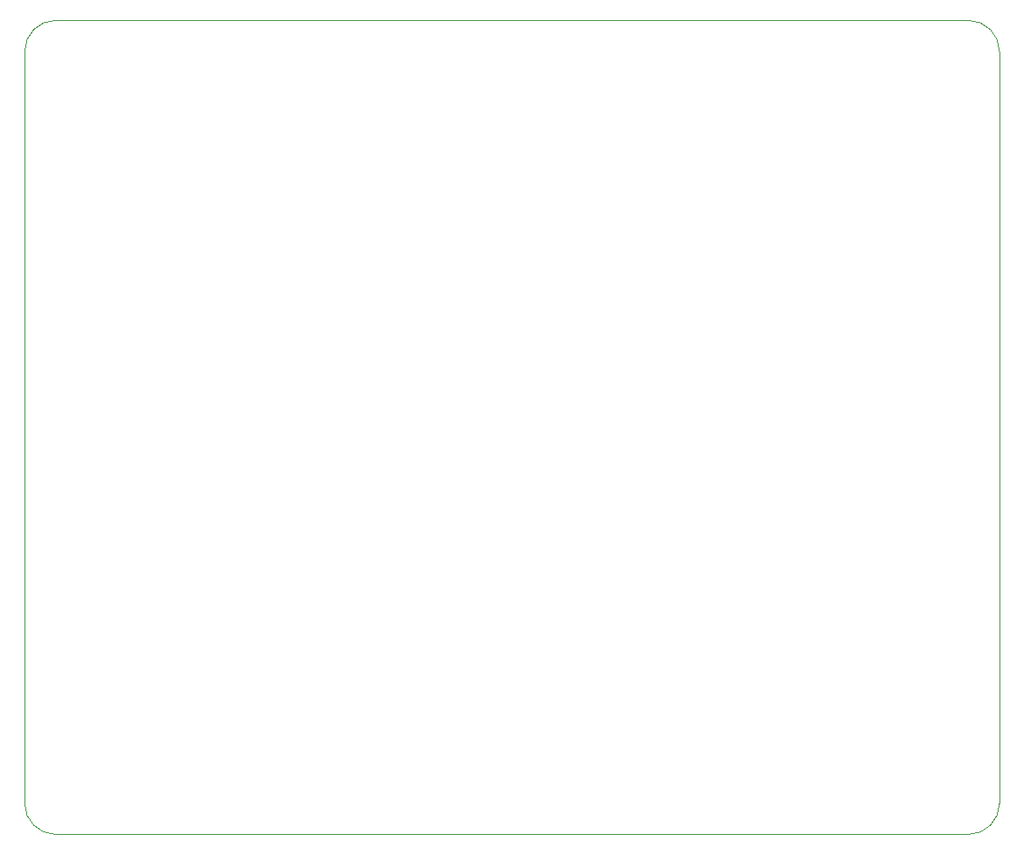
<source format=gbr>
%TF.GenerationSoftware,KiCad,Pcbnew,9.0.0*%
%TF.CreationDate,2026-01-14T19:04:19-06:00*%
%TF.ProjectId,SuppChargerTester,53757070-4368-4617-9267-657254657374,rev?*%
%TF.SameCoordinates,Original*%
%TF.FileFunction,Profile,NP*%
%FSLAX46Y46*%
G04 Gerber Fmt 4.6, Leading zero omitted, Abs format (unit mm)*
G04 Created by KiCad (PCBNEW 9.0.0) date 2026-01-14 19:04:19*
%MOMM*%
%LPD*%
G01*
G04 APERTURE LIST*
%TA.AperFunction,Profile*%
%ADD10C,0.050000*%
%TD*%
G04 APERTURE END LIST*
D10*
X256570000Y-140860000D02*
G75*
G02*
X253570000Y-143860000I-3000000J0D01*
G01*
X162270000Y-140860000D02*
X162270000Y-68110000D01*
X162270000Y-68110000D02*
G75*
G02*
X165270000Y-65110000I3000000J0D01*
G01*
X165270000Y-143860000D02*
G75*
G02*
X162270000Y-140860000I0J3000000D01*
G01*
X256570000Y-68110000D02*
X256570000Y-140860000D01*
X253570000Y-143860000D02*
X165270000Y-143860000D01*
X165270000Y-65110000D02*
X253570000Y-65110000D01*
X253570000Y-65110000D02*
G75*
G02*
X256570000Y-68110000I0J-3000000D01*
G01*
M02*

</source>
